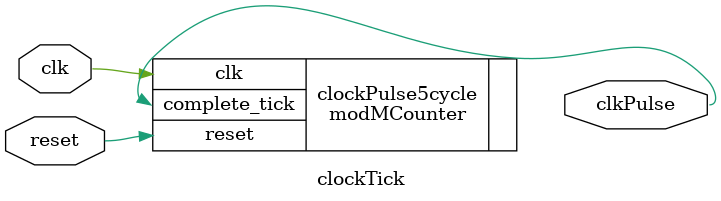
<source format=v>

`include

module clockTick
  // M = 5000000, N = 23 for 0.1 s
  // M = 50000000, N = 26 for 1 s
  // M = 500000000, N = 29 for 10 s
  #(
     parameter M = 5, // generate ticks after M clock cycle
     N = 3 // N bits required to count upto M i.e. 2**N >= M
   )

   (
     input wire clk, reset,
     output wire clkPulse
   );



  modMCounter #(.M(M), .N(N))
              clockPulse5cycle (
                .clk(clk), .reset(reset),
                .complete_tick(clkPulse)
              );

endmodule

</source>
